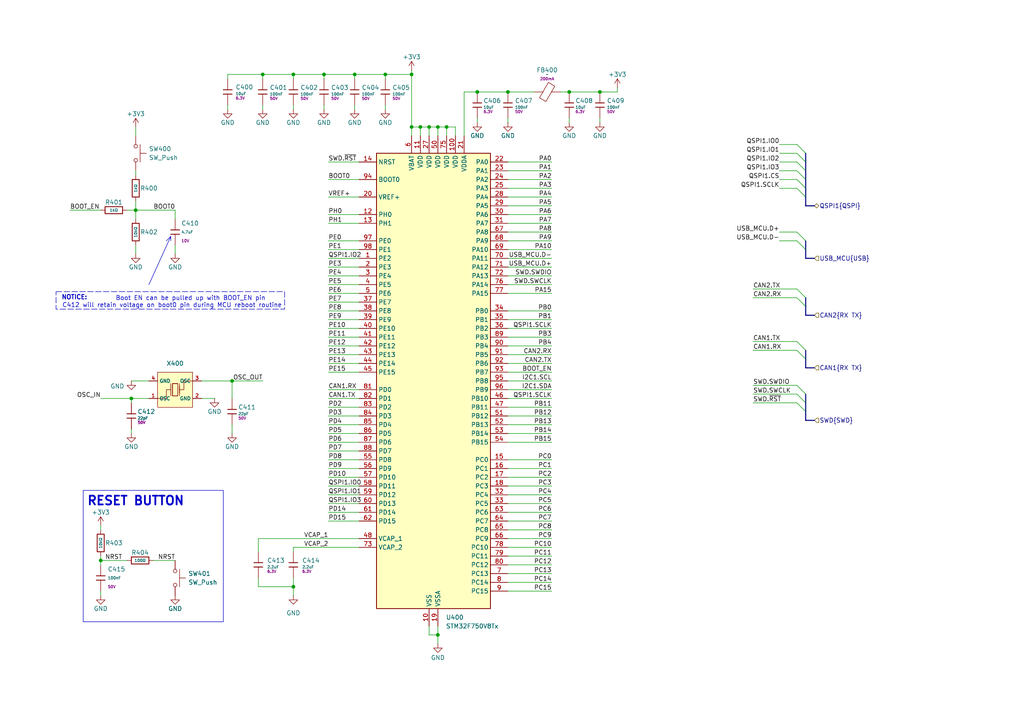
<source format=kicad_sch>
(kicad_sch (version 20231120) (generator "eeschema") (generator_version "8.0")
  (paper "A4")
  (title_block (title "ModuCard base module") (date "2024-12-23") (rev "1.0.0") (company "KoNaR") (comment 1 "Base project authors: Dominik Pluta, Artem Horiunov") (comment 2 "Project author: <author>"))
  (bus_alias "QSPI" (members "IO0" "IO1" "IO2" "IO3" "CS" "SCLK"))
  (bus_alias "SWD" (members "SWCLK" "SWDIO" "~{RST}"))
  (junction (at 76.2 21.59))
  (junction (at 129.54 36.83))
  (junction (at 102.87 21.59))
  (junction (at 39.37 60.96))
  (junction (at 93.98 21.59))
  (junction (at 38.1 115.57))
  (junction (at 111.76 21.59))
  (junction (at 147.32 26.67))
  (junction (at 67.31 110.49))
  (junction (at 119.38 21.59))
  (junction (at 124.46 36.83))
  (junction (at 165.1 26.67))
  (junction (at 173.99 26.67))
  (junction (at 127 184.15))
  (junction (at 29.21 162.56))
  (junction (at 121.92 36.83))
  (junction (at 85.09 170.18))
  (junction (at 127 36.83))
  (junction (at 119.38 36.83))
  (junction (at 138.43 26.67))
  (junction (at 85.09 21.59))
  (bus_entry (at 233.68 54.61) (size -2.54 -2.54))
  (bus_entry (at 233.68 44.45) (size -2.54 -2.54))
  (bus_entry (at 231.14 114.3) (size 2.54 2.54))
  (bus_entry (at 231.14 101.6) (size 2.54 2.54))
  (bus_entry (at 233.68 57.15) (size -2.54 -2.54))
  (bus_entry (at 231.14 83.82) (size 2.54 2.54))
  (bus_entry (at 231.14 116.84) (size 2.54 2.54))
  (bus_entry (at 233.68 49.53) (size -2.54 -2.54))
  (bus_entry (at 233.68 72.39) (size -2.54 -2.54))
  (bus_entry (at 231.14 86.36) (size 2.54 2.54))
  (bus_entry (at 233.68 52.07) (size -2.54 -2.54))
  (bus_entry (at 231.14 99.06) (size 2.54 2.54))
  (bus_entry (at 233.68 69.85) (size -2.54 -2.54))
  (bus_entry (at 233.68 46.99) (size -2.54 -2.54))
  (bus_entry (at 231.14 111.76) (size 2.54 2.54))
  (wire (pts (xy 95.25 90.17) (xy 104.14 90.17)))
  (bus (pts (xy 233.68 49.53) (xy 233.68 52.07)))
  (wire (pts (xy 74.93 156.21) (xy 74.93 160.02)))
  (wire (pts (xy 95.25 107.95) (xy 104.14 107.95)))
  (wire (pts (xy 95.25 133.35) (xy 104.14 133.35)))
  (wire (pts (xy 95.25 87.63) (xy 104.14 87.63)))
  (wire (pts (xy 85.09 160.02) (xy 85.09 158.75)))
  (wire (pts (xy 95.25 64.77) (xy 104.14 64.77)))
  (wire (pts (xy 111.76 30.48) (xy 111.76 31.75)))
  (wire (pts (xy 231.14 41.91) (xy 226.06 41.91)))
  (bus (pts (xy 233.68 119.38) (xy 233.68 121.92)))
  (wire (pts (xy 74.93 156.21) (xy 104.14 156.21)))
  (wire (pts (xy 160.02 100.33) (xy 147.32 100.33)))
  (wire (pts (xy 147.32 80.01) (xy 160.02 80.01)))
  (wire (pts (xy 165.1 26.67) (xy 173.99 26.67)))
  (wire (pts (xy 44.45 162.56) (xy 50.8 162.56)))
  (wire (pts (xy 127 36.83) (xy 127 39.37)))
  (wire (pts (xy 119.38 21.59) (xy 119.38 36.83)))
  (wire (pts (xy 160.02 158.75) (xy 147.32 158.75)))
  (wire (pts (xy 85.09 170.18) (xy 85.09 172.72)))
  (wire (pts (xy 119.38 36.83) (xy 121.92 36.83)))
  (wire (pts (xy 50.8 60.96) (xy 50.8 63.5)))
  (wire (pts (xy 147.32 115.57) (xy 160.02 115.57)))
  (wire (pts (xy 29.21 161.29) (xy 29.21 162.56)))
  (wire (pts (xy 160.02 146.05) (xy 147.32 146.05)))
  (wire (pts (xy 50.8 71.12) (xy 50.8 73.66)))
  (wire (pts (xy 119.38 20.32) (xy 119.38 21.59)))
  (wire (pts (xy 132.08 36.83) (xy 132.08 39.37)))
  (wire (pts (xy 218.44 99.06) (xy 231.14 99.06)))
  (wire (pts (xy 95.25 115.57) (xy 104.14 115.57)))
  (wire (pts (xy 93.98 21.59) (xy 93.98 22.86)))
  (wire (pts (xy 95.25 85.09) (xy 104.14 85.09)))
  (wire (pts (xy 39.37 60.96) (xy 50.8 60.96)))
  (wire (pts (xy 29.21 171.45) (xy 29.21 172.72)))
  (wire (pts (xy 147.32 85.09) (xy 160.02 85.09)))
  (wire (pts (xy 95.25 151.13) (xy 104.14 151.13)))
  (wire (pts (xy 39.37 36.83) (xy 39.37 39.37)))
  (wire (pts (xy 95.25 105.41) (xy 104.14 105.41)))
  (wire (pts (xy 231.14 49.53) (xy 226.06 49.53)))
  (wire (pts (xy 29.21 162.56) (xy 36.83 162.56)))
  (wire (pts (xy 124.46 36.83) (xy 121.92 36.83)))
  (wire (pts (xy 147.32 72.39) (xy 160.02 72.39)))
  (wire (pts (xy 93.98 21.59) (xy 102.87 21.59)))
  (wire (pts (xy 95.25 118.11) (xy 104.14 118.11)))
  (wire (pts (xy 43.18 115.57) (xy 38.1 115.57)))
  (wire (pts (xy 74.93 167.64) (xy 74.93 170.18)))
  (wire (pts (xy 160.02 135.89) (xy 147.32 135.89)))
  (wire (pts (xy 95.25 46.99) (xy 104.14 46.99)))
  (bus (pts (xy 233.68 121.92) (xy 236.22 121.92)))
  (wire (pts (xy 231.14 52.07) (xy 226.06 52.07)))
  (bus (pts (xy 233.68 116.84) (xy 233.68 119.38)))
  (bus (pts (xy 236.22 74.93) (xy 233.68 74.93)))
  (wire (pts (xy 160.02 148.59) (xy 147.32 148.59)))
  (wire (pts (xy 36.83 60.96) (xy 39.37 60.96)))
  (wire (pts (xy 231.14 69.85) (xy 226.06 69.85)))
  (wire (pts (xy 160.02 166.37) (xy 147.32 166.37)))
  (wire (pts (xy 95.25 135.89) (xy 104.14 135.89)))
  (bus (pts (xy 233.68 91.44) (xy 236.22 91.44)))
  (bus (pts (xy 233.68 46.99) (xy 233.68 49.53)))
  (wire (pts (xy 95.25 102.87) (xy 104.14 102.87)))
  (wire (pts (xy 147.32 26.67) (xy 154.94 26.67)))
  (wire (pts (xy 147.32 62.23) (xy 160.02 62.23)))
  (bus (pts (xy 233.68 44.45) (xy 233.68 46.99)))
  (wire (pts (xy 147.32 52.07) (xy 160.02 52.07)))
  (wire (pts (xy 147.32 95.25) (xy 160.02 95.25)))
  (wire (pts (xy 147.32 113.03) (xy 160.02 113.03)))
  (wire (pts (xy 160.02 125.73) (xy 147.32 125.73)))
  (wire (pts (xy 124.46 184.15) (xy 127 184.15)))
  (wire (pts (xy 95.25 120.65) (xy 104.14 120.65)))
  (wire (pts (xy 76.2 30.48) (xy 76.2 31.75)))
  (bus (pts (xy 233.68 106.68) (xy 236.22 106.68)))
  (wire (pts (xy 95.25 74.93) (xy 104.14 74.93)))
  (wire (pts (xy 95.25 138.43) (xy 104.14 138.43)))
  (wire (pts (xy 160.02 156.21) (xy 147.32 156.21)))
  (wire (pts (xy 147.32 46.99) (xy 160.02 46.99)))
  (wire (pts (xy 147.32 59.69) (xy 160.02 59.69)))
  (wire (pts (xy 38.1 125.73) (xy 38.1 124.46)))
  (wire (pts (xy 173.99 26.67) (xy 179.07 26.67)))
  (bus (pts (xy 233.68 54.61) (xy 233.68 57.15)))
  (wire (pts (xy 129.54 36.83) (xy 129.54 39.37)))
  (wire (pts (xy 127 36.83) (xy 124.46 36.83)))
  (wire (pts (xy 160.02 120.65) (xy 147.32 120.65)))
  (wire (pts (xy 95.25 95.25) (xy 104.14 95.25)))
  (wire (pts (xy 67.31 110.49) (xy 67.31 115.57)))
  (wire (pts (xy 95.25 143.51) (xy 104.14 143.51)))
  (wire (pts (xy 147.32 69.85) (xy 160.02 69.85)))
  (wire (pts (xy 218.44 114.3) (xy 231.14 114.3)))
  (wire (pts (xy 147.32 57.15) (xy 160.02 57.15)))
  (wire (pts (xy 160.02 133.35) (xy 147.32 133.35)))
  (bus (pts (xy 233.68 52.07) (xy 233.68 54.61)))
  (wire (pts (xy 160.02 118.11) (xy 147.32 118.11)))
  (wire (pts (xy 102.87 21.59) (xy 111.76 21.59)))
  (wire (pts (xy 160.02 163.83) (xy 147.32 163.83)))
  (wire (pts (xy 147.32 67.31) (xy 160.02 67.31)))
  (wire (pts (xy 160.02 161.29) (xy 147.32 161.29)))
  (wire (pts (xy 160.02 153.67) (xy 147.32 153.67)))
  (wire (pts (xy 66.04 21.59) (xy 76.2 21.59)))
  (wire (pts (xy 95.25 97.79) (xy 104.14 97.79)))
  (wire (pts (xy 160.02 92.71) (xy 147.32 92.71)))
  (wire (pts (xy 39.37 49.53) (xy 39.37 50.8)))
  (wire (pts (xy 179.07 25.4) (xy 179.07 26.67)))
  (wire (pts (xy 95.25 69.85) (xy 104.14 69.85)))
  (wire (pts (xy 147.32 105.41) (xy 160.02 105.41)))
  (wire (pts (xy 85.09 30.48) (xy 85.09 31.75)))
  (bus (pts (xy 233.68 86.36) (xy 233.68 88.9)))
  (wire (pts (xy 95.25 130.81) (xy 104.14 130.81)))
  (wire (pts (xy 111.76 21.59) (xy 119.38 21.59)))
  (wire (pts (xy 173.99 34.29) (xy 173.99 35.56)))
  (wire (pts (xy 95.25 52.07) (xy 104.14 52.07)))
  (wire (pts (xy 218.44 116.84) (xy 231.14 116.84)))
  (wire (pts (xy 85.09 167.64) (xy 85.09 170.18)))
  (polyline (pts (xy 49.53 68.58) (xy 49.53 69.85)))
  (wire (pts (xy 160.02 171.45) (xy 147.32 171.45)))
  (wire (pts (xy 147.32 54.61) (xy 160.02 54.61)))
  (polyline (pts (xy 48.26 69.85) (xy 49.53 68.58)))
  (wire (pts (xy 85.09 158.75) (xy 104.14 158.75)))
  (bus (pts (xy 233.68 116.84) (xy 233.68 114.3)))
  (wire (pts (xy 147.32 64.77) (xy 160.02 64.77)))
  (bus (pts (xy 233.68 72.39) (xy 233.68 74.93)))
  (wire (pts (xy 95.25 128.27) (xy 104.14 128.27)))
  (wire (pts (xy 38.1 110.49) (xy 43.18 110.49)))
  (wire (pts (xy 121.92 36.83) (xy 121.92 39.37)))
  (wire (pts (xy 67.31 110.49) (xy 76.2 110.49)))
  (wire (pts (xy 95.25 140.97) (xy 104.14 140.97)))
  (wire (pts (xy 119.38 39.37) (xy 119.38 36.83)))
  (wire (pts (xy 95.25 62.23) (xy 104.14 62.23)))
  (wire (pts (xy 218.44 83.82) (xy 231.14 83.82)))
  (wire (pts (xy 147.32 82.55) (xy 160.02 82.55)))
  (wire (pts (xy 95.25 72.39) (xy 104.14 72.39)))
  (bus (pts (xy 233.68 104.14) (xy 233.68 101.6)))
  (bus (pts (xy 233.68 104.14) (xy 233.68 106.68)))
  (wire (pts (xy 76.2 21.59) (xy 85.09 21.59)))
  (wire (pts (xy 165.1 34.29) (xy 165.1 35.56)))
  (bus (pts (xy 236.22 59.69) (xy 233.68 59.69)))
  (wire (pts (xy 160.02 143.51) (xy 147.32 143.51)))
  (wire (pts (xy 147.32 34.29) (xy 147.32 35.56)))
  (wire (pts (xy 147.32 102.87) (xy 160.02 102.87)))
  (wire (pts (xy 95.25 80.01) (xy 104.14 80.01)))
  (wire (pts (xy 138.43 34.29) (xy 138.43 35.56)))
  (wire (pts (xy 160.02 140.97) (xy 147.32 140.97)))
  (wire (pts (xy 147.32 107.95) (xy 160.02 107.95)))
  (wire (pts (xy 231.14 44.45) (xy 226.06 44.45)))
  (bus (pts (xy 233.68 88.9) (xy 233.68 91.44)))
  (bus (pts (xy 233.68 57.15) (xy 233.68 59.69)))
  (wire (pts (xy 58.42 115.57) (xy 62.23 115.57)))
  (wire (pts (xy 147.32 74.93) (xy 160.02 74.93)))
  (wire (pts (xy 39.37 73.66) (xy 39.37 71.12)))
  (wire (pts (xy 67.31 110.49) (xy 58.42 110.49)))
  (wire (pts (xy 147.32 90.17) (xy 160.02 90.17)))
  (wire (pts (xy 93.98 30.48) (xy 93.98 31.75)))
  (wire (pts (xy 134.62 26.67) (xy 134.62 39.37)))
  (wire (pts (xy 39.37 58.42) (xy 39.37 60.96)))
  (wire (pts (xy 29.21 153.67) (xy 29.21 152.4)))
  (polyline (pts (xy 43.18 82.55) (xy 49.53 68.58)))
  (wire (pts (xy 231.14 46.99) (xy 226.06 46.99)))
  (wire (pts (xy 129.54 36.83) (xy 132.08 36.83)))
  (wire (pts (xy 218.44 111.76) (xy 231.14 111.76)))
  (wire (pts (xy 147.32 110.49) (xy 160.02 110.49)))
  (wire (pts (xy 95.25 123.19) (xy 104.14 123.19)))
  (wire (pts (xy 102.87 21.59) (xy 102.87 22.86)))
  (wire (pts (xy 160.02 168.91) (xy 147.32 168.91)))
  (wire (pts (xy 160.02 123.19) (xy 147.32 123.19)))
  (wire (pts (xy 129.54 36.83) (xy 127 36.83)))
  (wire (pts (xy 29.21 162.56) (xy 29.21 163.83)))
  (wire (pts (xy 160.02 138.43) (xy 147.32 138.43)))
  (wire (pts (xy 138.43 26.67) (xy 147.32 26.67)))
  (wire (pts (xy 66.04 30.48) (xy 66.04 31.75)))
  (wire (pts (xy 67.31 125.73) (xy 67.31 123.19)))
  (wire (pts (xy 160.02 128.27) (xy 147.32 128.27)))
  (wire (pts (xy 95.25 92.71) (xy 104.14 92.71)))
  (wire (pts (xy 160.02 97.79) (xy 147.32 97.79)))
  (wire (pts (xy 134.62 26.67) (xy 138.43 26.67)))
  (wire (pts (xy 218.44 86.36) (xy 231.14 86.36)))
  (wire (pts (xy 76.2 21.59) (xy 76.2 22.86)))
  (wire (pts (xy 102.87 30.48) (xy 102.87 31.75)))
  (wire (pts (xy 95.25 57.15) (xy 104.14 57.15)))
  (wire (pts (xy 95.25 77.47) (xy 104.14 77.47)))
  (wire (pts (xy 95.25 100.33) (xy 104.14 100.33)))
  (wire (pts (xy 85.09 21.59) (xy 93.98 21.59)))
  (wire (pts (xy 218.44 101.6) (xy 231.14 101.6)))
  (wire (pts (xy 95.25 113.03) (xy 104.14 113.03)))
  (wire (pts (xy 231.14 67.31) (xy 226.06 67.31)))
  (wire (pts (xy 127 184.15) (xy 127 186.69)))
  (bus (pts (xy 233.68 69.85) (xy 233.68 72.39)))
  (wire (pts (xy 38.1 115.57) (xy 38.1 116.84)))
  (wire (pts (xy 160.02 151.13) (xy 147.32 151.13)))
  (wire (pts (xy 95.25 125.73) (xy 104.14 125.73)))
  (wire (pts (xy 95.25 148.59) (xy 104.14 148.59)))
  (wire (pts (xy 29.21 115.57) (xy 38.1 115.57)))
  (wire (pts (xy 147.32 77.47) (xy 160.02 77.47)))
  (wire (pts (xy 124.46 36.83) (xy 124.46 39.37)))
  (wire (pts (xy 95.25 82.55) (xy 104.14 82.55)))
  (wire (pts (xy 231.14 54.61) (xy 226.06 54.61)))
  (wire (pts (xy 20.32 60.96) (xy 29.21 60.96)))
  (wire (pts (xy 95.25 146.05) (xy 104.14 146.05)))
  (wire (pts (xy 74.93 170.18) (xy 85.09 170.18)))
  (wire (pts (xy 162.56 26.67) (xy 165.1 26.67)))
  (wire (pts (xy 39.37 60.96) (xy 39.37 63.5)))
  (wire (pts (xy 66.04 21.59) (xy 66.04 22.86)))
  (wire (pts (xy 124.46 181.61) (xy 124.46 184.15)))
  (wire (pts (xy 85.09 21.59) (xy 85.09 22.86)))
  (wire (pts (xy 147.32 49.53) (xy 160.02 49.53)))
  (wire (pts (xy 111.76 21.59) (xy 111.76 22.86)))
  (wire (pts (xy 127 184.15) (xy 127 181.61)))
  (rectangle (start 16.256 84.582) (end 82.55 89.662) (stroke (width 0) (type dash)))
  (rectangle (start 24.13 142.24) (end 64.77 180.34))
  (text "                Boot EN can be pulled up with BOOT_EN pin\nC412 will retain voltage on boot0 pin during MCU reboot routine" (at 18.034 87.63 0) (effects (font (size 1.27 1.27)) (justify left)))
  (text "RESET BUTTON" (at 39.37 145.415 0) (effects (font (size 2.54 2.54) (thickness 0.508) (bold yes))))
  (text "NOTICE:" (at 21.59 86.36 0) (effects (font (size 1.27 1.27) (thickness 0.254) (bold yes))))
  (label "PC11" (at 160.02 161.29 180))
  (label "PC15" (at 160.02 171.45 180))
  (label "PH0" (at 95.25 62.23 0))
  (label "PE4" (at 95.25 80.01 0))
  (label "PD7" (at 95.25 130.81 0))
  (label "PC14" (at 160.02 168.91 180))
  (label "PC9" (at 160.02 156.21 180))
  (label "PH1" (at 95.25 64.77 0))
  (label "PE10" (at 95.25 95.25 0))
  (label "PE6" (at 95.25 85.09 0))
  (label "CAN1.RX" (at 95.25 113.03 0))
  (label "PE12" (at 95.25 100.33 0))
  (label "CAN1.TX" (at 95.25 115.57 0))
  (label "PD4" (at 95.25 123.19 0))
  (label "PA5" (at 160.02 59.69 180))
  (label "PC13" (at 160.02 166.37 180))
  (label "PB12" (at 160.02 120.65 180))
  (label "PE11" (at 95.25 97.79 0))
  (label "PA7" (at 160.02 64.77 180))
  (label "PC5" (at 160.02 146.05 180))
  (label "CAN2.TX" (at 160.02 105.41 180))
  (label "QSPI1.IO2" (at 226.06 46.99 180))
  (label "PD15" (at 95.25 151.13 0))
  (label "PB1" (at 160.02 92.71 180))
  (label "PE7" (at 95.25 87.63 0))
  (label "PB4" (at 160.02 100.33 180))
  (label "PD10" (at 95.25 138.43 0))
  (label "PC0" (at 160.02 133.35 180))
  (label "USB_MCU.D+" (at 160.02 77.47 180))
  (label "QSPI1.SCLK" (at 160.02 115.57 180))
  (label "NRST" (at 30.48 162.56 0))
  (label "SWD.SWDIO" (at 218.44 111.76 0))
  (label "PC12" (at 160.02 163.83 180))
  (label "USB_MCU.D-" (at 226.06 69.85 180))
  (label "OSC_OUT" (at 76.2 110.49 180))
  (label "PD14" (at 95.25 148.59 0))
  (label "QSPI1.IO3" (at 226.06 49.53 180))
  (label "QSPI1.IO1" (at 226.06 44.45 180))
  (label "PD6" (at 95.25 128.27 0))
  (label "I2C1.SDA" (at 160.02 113.03 180))
  (label "PA6" (at 160.02 62.23 180))
  (label "QSPI1.SCLK" (at 226.06 54.61 180))
  (label "PA0" (at 160.02 46.99 180))
  (label "PA4" (at 160.02 57.15 180))
  (label "I2C1.SCL" (at 160.02 110.49 180))
  (label "SWD.SWCLK" (at 218.44 114.3 0))
  (label "PA9" (at 160.02 69.85 180))
  (label "SWD.~{RST}" (at 218.44 116.84 0))
  (label "QSPI1.IO0" (at 95.25 140.97 0))
  (label "BOOT_EN" (at 160.02 107.95 180))
  (label "CAN1.RX" (at 218.44 101.6 0))
  (label "CAN2.RX" (at 218.44 86.36 0))
  (label "QSPI1.CS" (at 226.06 52.07 180))
  (label "PB3" (at 160.02 97.79 180))
  (label "PB11" (at 160.02 118.11 180))
  (label "PE0" (at 95.25 69.85 0))
  (label "PD2" (at 95.25 118.11 0))
  (label "PA15" (at 160.02 85.09 180))
  (label "QSPI1.IO3" (at 95.25 146.05 0))
  (label "PC4" (at 160.02 143.51 180))
  (label "PE14" (at 95.25 105.41 0))
  (label "VCAP_1" (at 95.25 156.21 180))
  (label "PB14" (at 160.02 125.73 180))
  (label "PB13" (at 160.02 123.19 180))
  (label "BOOT0" (at 95.25 52.07 0))
  (label "PC10" (at 160.02 158.75 180))
  (label "PD8" (at 95.25 133.35 0))
  (label "QSPI1.IO0" (at 226.06 41.91 180))
  (label "PA2" (at 160.02 52.07 180))
  (label "PE9" (at 95.25 92.71 0))
  (label "PC7" (at 160.02 151.13 180))
  (label "CAN2.RX" (at 160.02 102.87 180))
  (label "PC3" (at 160.02 140.97 180))
  (label "PE1" (at 95.25 72.39 0))
  (label "CAN2.TX" (at 218.44 83.82 0))
  (label "PE13" (at 95.25 102.87 0))
  (label "PD3" (at 95.25 120.65 0))
  (label "PE5" (at 95.25 82.55 0))
  (label "SWD.SWDIO" (at 160.02 80.01 180))
  (label "SWD.~{RST}" (at 95.25 46.99 0))
  (label "PC1" (at 160.02 135.89 180))
  (label "PD9" (at 95.25 135.89 0))
  (label "PA10" (at 160.02 72.39 180))
  (label "PA8" (at 160.02 67.31 180))
  (label "OSC_IN" (at 29.21 115.57 180))
  (label "USB_MCU.D-" (at 160.02 74.93 180))
  (label "PD5" (at 95.25 125.73 0))
  (label "PE15" (at 95.25 107.95 0))
  (label "VCAP_2" (at 95.25 158.75 180))
  (label "BOOT0" (at 50.8 60.96 180))
  (label "PB15" (at 160.02 128.27 180))
  (label "QSPI1.SCLK" (at 160.02 95.25 180))
  (label "BOOT_EN" (at 20.32 60.96 0))
  (label "USB_MCU.D+" (at 226.06 67.31 180))
  (label "SWD.SWCLK" (at 160.02 82.55 180))
  (label "PC2" (at 160.02 138.43 180))
  (label "PC6" (at 160.02 148.59 180))
  (label "PC8" (at 160.02 153.67 180))
  (label "NRST" (at 50.8 162.56 180))
  (label "PE8" (at 95.25 90.17 0))
  (label "PA1" (at 160.02 49.53 180))
  (label "VREF+" (at 95.25 57.15 0))
  (label "PE3" (at 95.25 77.47 0))
  (label "QSPI1.IO2" (at 95.25 74.93 0))
  (label "PA3" (at 160.02 54.61 180))
  (label "CAN1.TX" (at 218.44 99.06 0))
  (label "QSPI1.IO1" (at 95.25 143.51 0))
  (label "PB0" (at 160.02 90.17 180))
  (hierarchical_label "CAN2{RX TX}" (shape input) (at 236.22 91.44 0))
  (hierarchical_label "USB_MCU{USB}" (shape input) (at 236.22 74.93 0))
  (hierarchical_label "SWD{SWD}" (shape input) (at 236.22 121.92 0))
  (hierarchical_label "QSPI1{QSPI}" (shape bidirectional) (at 236.22 59.69 0))
  (hierarchical_label "CAN1{RX TX}" (shape input) (at 236.22 106.68 0))
  (symbol (lib_id "power:GND") (at 38.1 110.49 0) (unit 1)
    (property "Reference" "#PWR0415" (effects (hide yes)))
    (property "Value" "GND" (at 34.036 112.014 0))
    (property "Description" "Power symbol creates a global label with name \"GND\" , ground" (effects (hide yes)))
  )
  (symbol (lib_id "power:GND") (at 85.09 31.75 0) (unit 1)
    (property "Reference" "#PWR0404" (effects (hide yes)))
    (property "Value" "GND" (at 85.09 35.56 0))
    (property "Description" "Power symbol creates a global label with name \"GND\" , ground" (effects (hide yes)))
  )
  (symbol (lib_id "PCM_JLCPCB-Capacitors:0402,4.7uF") (at 50.8 67.31 0) (unit 1)
    (property "Reference" "C410" (at 52.578 64.77 0) (effects (justify left)))
    (property "Value" "4.7uF" (at 52.578 67.3101 0) (effects (font (size 0.8 0.8)) (justify left)))
    (property "Footprint" "PCM_JLCPCB:C_0402" (effects (hide yes)))
    (property "Datasheet" "https://www.lcsc.com/datasheet/lcsc_datasheet_2304140030_Samsung-Electro-Mechanics-CL05A475MP5NRNC_C23733.pdf" (effects (hide yes)))
    (property "Description" "10V 4.7uF X5R ±20% 0402 Multilayer Ceramic Capacitors MLCC - SMD/SMT ROHS" (effects (hide yes)))
    (property "LCSC" "C23733" (effects (hide yes)))
    (property "Stock" "556737" (effects (hide yes)))
    (property "Price" "0.008USD" (effects (hide yes)))
    (property "Process" "SMT" (effects (hide yes)))
    (property "Minimum Qty" "20" (effects (hide yes)))
    (property "Attrition Qty" "10" (effects (hide yes)))
    (property "Class" "Basic Component" (effects (hide yes)))
    (property "Category" "Capacitors,Multilayer Ceramic Capacitors MLCC - SMD/SMT" (effects (hide yes)))
    (property "Manufacturer" "Samsung Electro-Mechanics" (effects (hide yes)))
    (property "Part" "CL05A475MP5NRNC" (effects (hide yes)))
    (property "Voltage Rated" "10V" (at 52.578 69.8501 0) (effects (font (size 0.8 0.8)) (justify left)))
    (property "Tolerance" "±20%" (effects (hide yes)))
    (property "Capacitance" "4.7uF" (effects (hide yes)))
    (property "Temperature Coefficient" "X5R" (effects (hide yes)))
  )
  (symbol (lib_id "PCM_JLCPCB-Capacitors:0402,100nF,(2)") (at 102.87 26.67 0) (unit 1)
    (property "Reference" "C404" (at 104.902 25.4 0) (effects (justify left)))
    (property "Value" "100nF" (at 104.902 27.305 0) (effects (font (size 0.8 0.8)) (justify left)))
    (property "Footprint" "PCM_JLCPCB:C_0402" (effects (hide yes)))
    (property "Datasheet" "https://www.lcsc.com/datasheet/lcsc_datasheet_2304140030_Samsung-Electro-Mechanics-CL05B104KB54PNC_C307331.pdf" (effects (hide yes)))
    (property "Description" "50V 100nF X7R ±10% 0402 Multilayer Ceramic Capacitors MLCC - SMD/SMT ROHS" (effects (hide yes)))
    (property "LCSC" "C307331" (effects (hide yes)))
    (property "Stock" "5358037" (effects (hide yes)))
    (property "Price" "0.008USD" (effects (hide yes)))
    (property "Process" "SMT" (effects (hide yes)))
    (property "Minimum Qty" "20" (effects (hide yes)))
    (property "Attrition Qty" "10" (effects (hide yes)))
    (property "Class" "Basic Component" (effects (hide yes)))
    (property "Category" "Capacitors,Multilayer Ceramic Capacitors MLCC - SMD/SMT" (effects (hide yes)))
    (property "Manufacturer" "Samsung Electro-Mechanics" (effects (hide yes)))
    (property "Part" "CL05B104KB54PNC" (effects (hide yes)))
    (property "Voltage Rated" "50V" (at 104.902 28.575 0) (effects (font (size 0.8 0.8)) (justify left)))
    (property "Tolerance" "±10%" (effects (hide yes)))
    (property "Capacitance" "100nF" (effects (hide yes)))
    (property "Temperature Coefficient" "X7R" (effects (hide yes)))
  )
  (symbol (lib_id "MCU_ST_STM32F7:STM32F750V8Tx") (at 124.46 110.49 0) (unit 1)
    (property "Reference" "U400" (at 129.3234 179.07 0) (effects (justify left)))
    (property "Value" "STM32F750V8Tx" (at 129.3234 181.61 0) (effects (justify left)))
    (property "Footprint" "Package_QFP:LQFP-100_14x14mm_P0.5mm" (effects (hide yes)))
    (property "Datasheet" "https://www.st.com/resource/en/datasheet/stm32f750v8.pdf" (effects (hide yes)))
    (property "Description" "STMicroelectronics Arm Cortex-M7 MCU, 64KB flash, 320KB RAM, 216 MHz, 1.7-3.6V, 82 GPIO, LQFP100" (effects (hide yes)))
  )
  (symbol (lib_id "power:GND") (at 138.43 35.56 0) (unit 1)
    (property "Reference" "#PWR0408" (effects (hide yes)))
    (property "Value" "GND" (at 138.43 39.37 0))
    (property "Description" "Power symbol creates a global label with name \"GND\" , ground" (effects (hide yes)))
  )
  (symbol (lib_id "power:GND") (at 127 186.69 0) (unit 1)
    (property "Reference" "#PWR0423" (effects (hide yes)))
    (property "Value" "GND" (at 127 190.754 0))
    (property "Description" "Power symbol creates a global label with name \"GND\" , ground" (effects (hide yes)))
  )
  (symbol (lib_id "power:GND") (at 50.8 172.72 0) (unit 1)
    (property "Reference" "#PWR0421" (effects (hide yes)))
    (property "Value" "GND" (at 50.8 176.53 0))
    (property "Description" "Power symbol creates a global label with name \"GND\" , ground" (effects (hide yes)))
  )
  (symbol (lib_id "PCM_JLCPCB-Capacitors:0402,100nF,(2)") (at 76.2 26.67 0) (unit 1)
    (property "Reference" "C401" (at 78.232 25.4 0) (effects (justify left)))
    (property "Value" "100nF" (at 78.232 27.305 0) (effects (font (size 0.8 0.8)) (justify left)))
    (property "Footprint" "PCM_JLCPCB:C_0402" (effects (hide yes)))
    (property "Datasheet" "https://www.lcsc.com/datasheet/lcsc_datasheet_2304140030_Samsung-Electro-Mechanics-CL05B104KB54PNC_C307331.pdf" (effects (hide yes)))
    (property "Description" "50V 100nF X7R ±10% 0402 Multilayer Ceramic Capacitors MLCC - SMD/SMT ROHS" (effects (hide yes)))
    (property "LCSC" "C307331" (effects (hide yes)))
    (property "Stock" "5358037" (effects (hide yes)))
    (property "Price" "0.008USD" (effects (hide yes)))
    (property "Process" "SMT" (effects (hide yes)))
    (property "Minimum Qty" "20" (effects (hide yes)))
    (property "Attrition Qty" "10" (effects (hide yes)))
    (property "Class" "Basic Component" (effects (hide yes)))
    (property "Category" "Capacitors,Multilayer Ceramic Capacitors MLCC - SMD/SMT" (effects (hide yes)))
    (property "Manufacturer" "Samsung Electro-Mechanics" (effects (hide yes)))
    (property "Part" "CL05B104KB54PNC" (effects (hide yes)))
    (property "Voltage Rated" "50V" (at 78.232 28.575 0) (effects (font (size 0.8 0.8)) (justify left)))
    (property "Tolerance" "±10%" (effects (hide yes)))
    (property "Capacitance" "100nF" (effects (hide yes)))
    (property "Temperature Coefficient" "X7R" (effects (hide yes)))
  )
  (symbol (lib_id "PCM_JLCPCB-Capacitors:0402,22pF") (at 38.1 120.65 0) (unit 1)
    (property "Reference" "C412" (at 39.878 119.38 0) (effects (justify left)))
    (property "Value" "22pF" (at 39.878 121.285 0) (effects (font (size 0.8 0.8)) (justify left)))
    (property "Footprint" "PCM_JLCPCB:C_0402" (effects (hide yes)))
    (property "Datasheet" "https://www.lcsc.com/datasheet/lcsc_datasheet_2304140030_FH--Guangdong-Fenghua-Advanced-Tech-0402CG220J500NT_C1555.pdf" (effects (hide yes)))
    (property "Description" "50V 22pF C0G ±5% 0402 Multilayer Ceramic Capacitors MLCC - SMD/SMT ROHS" (effects (hide yes)))
    (property "LCSC" "C1555" (effects (hide yes)))
    (property "Stock" "1656751" (effects (hide yes)))
    (property "Price" "0.004USD" (effects (hide yes)))
    (property "Process" "SMT" (effects (hide yes)))
    (property "Minimum Qty" "20" (effects (hide yes)))
    (property "Attrition Qty" "10" (effects (hide yes)))
    (property "Class" "Basic Component" (effects (hide yes)))
    (property "Category" "Capacitors,Multilayer Ceramic Capacitors MLCC - SMD/SMT" (effects (hide yes)))
    (property "Manufacturer" "FH(Guangdong Fenghua Advanced Tech)" (effects (hide yes)))
    (property "Part" "0402CG220J500NT" (effects (hide yes)))
    (property "Voltage Rated" "50V" (at 39.878 122.555 0) (effects (font (size 0.8 0.8)) (justify left)))
    (property "Tolerance" "±5%" (effects (hide yes)))
    (property "Capacitance" "22pF" (effects (hide yes)))
    (property "Temperature Coefficient" "C0G" (effects (hide yes)))
  )
  (symbol (lib_id "PCM_JLCPCB-Capacitors:0402,100nF,(2)") (at 85.09 26.67 0) (unit 1)
    (property "Reference" "C402" (at 87.122 25.4 0) (effects (justify left)))
    (property "Value" "100nF" (at 87.122 27.305 0) (effects (font (size 0.8 0.8)) (justify left)))
    (property "Footprint" "PCM_JLCPCB:C_0402" (effects (hide yes)))
    (property "Datasheet" "https://www.lcsc.com/datasheet/lcsc_datasheet_2304140030_Samsung-Electro-Mechanics-CL05B104KB54PNC_C307331.pdf" (effects (hide yes)))
    (property "Description" "50V 100nF X7R ±10% 0402 Multilayer Ceramic Capacitors MLCC - SMD/SMT ROHS" (effects (hide yes)))
    (property "LCSC" "C307331" (effects (hide yes)))
    (property "Stock" "5358037" (effects (hide yes)))
    (property "Price" "0.008USD" (effects (hide yes)))
    (property "Process" "SMT" (effects (hide yes)))
    (property "Minimum Qty" "20" (effects (hide yes)))
    (property "Attrition Qty" "10" (effects (hide yes)))
    (property "Class" "Basic Component" (effects (hide yes)))
    (property "Category" "Capacitors,Multilayer Ceramic Capacitors MLCC - SMD/SMT" (effects (hide yes)))
    (property "Manufacturer" "Samsung Electro-Mechanics" (effects (hide yes)))
    (property "Part" "CL05B104KB54PNC" (effects (hide yes)))
    (property "Voltage Rated" "50V" (at 87.122 28.575 0) (effects (font (size 0.8 0.8)) (justify left)))
    (property "Tolerance" "±10%" (effects (hide yes)))
    (property "Capacitance" "100nF" (effects (hide yes)))
    (property "Temperature Coefficient" "X7R" (effects (hide yes)))
  )
  (symbol (lib_id "power:GND") (at 38.1 125.73 0) (unit 1)
    (property "Reference" "#PWR0417" (effects (hide yes)))
    (property "Value" "GND" (at 38.1 129.54 0))
    (property "Description" "Power symbol creates a global label with name \"GND\" , ground" (effects (hide yes)))
  )
  (symbol (lib_id "PCM_JLCPCB-Resistors:0402,1kΩ") (at 39.37 54.61 0) (unit 1)
    (property "Reference" "R400" (at 40.64 54.61 0) (effects (justify left)))
    (property "Value" "1kΩ" (at 39.37 54.61 90) (effects (font (size 0.8 0.8))))
    (property "Footprint" "PCM_JLCPCB:R_0402" (effects (hide yes)))
    (property "Datasheet" "https://www.lcsc.com/datasheet/lcsc_datasheet_2206010216_UNI-ROYAL-Uniroyal-Elec-0402WGF1001TCE_C11702.pdf" (effects (hide yes)))
    (property "Description" "62.5mW Thick Film Resistors 50V ±100ppm/°C ±1% 1kΩ 0402 Chip Resistor - Surface Mount ROHS" (effects (hide yes)))
    (property "LCSC" "C11702" (effects (hide yes)))
    (property "Stock" "8332962" (effects (hide yes)))
    (property "Price" "0.004USD" (effects (hide yes)))
    (property "Process" "SMT" (effects (hide yes)))
    (property "Minimum Qty" "20" (effects (hide yes)))
    (property "Attrition Qty" "10" (effects (hide yes)))
    (property "Class" "Basic Component" (effects (hide yes)))
    (property "Category" "Resistors,Chip Resistor - Surface Mount" (effects (hide yes)))
    (property "Manufacturer" "UNI-ROYAL(Uniroyal Elec)" (effects (hide yes)))
    (property "Part" "0402WGF1001TCE" (effects (hide yes)))
    (property "Resistance" "1kΩ" (effects (hide yes)))
    (property "Power(Watts)" "62.5mW" (effects (hide yes)))
    (property "Type" "Thick Film Resistors" (effects (hide yes)))
    (property "Overload Voltage (Max)" "50V" (effects (hide yes)))
    (property "Operating Temperature Range" "-55°C~+155°C" (effects (hide yes)))
    (property "Tolerance" "±1%" (effects (hide yes)))
    (property "Temperature Coefficient" "±100ppm/°C" (effects (hide yes)))
  )
  (symbol (lib_id "power:GND") (at 111.76 31.75 0) (unit 1)
    (property "Reference" "#PWR0407" (effects (hide yes)))
    (property "Value" "GND" (at 111.76 35.56 0))
    (property "Description" "Power symbol creates a global label with name \"GND\" , ground" (effects (hide yes)))
  )
  (symbol (lib_id "PCM_JLCPCB-Capacitors:0402,100nF,(2)") (at 173.99 30.48 0) (unit 1)
    (property "Reference" "C409" (at 176.022 29.21 0) (effects (justify left)))
    (property "Value" "100nF" (at 176.022 31.115 0) (effects (font (size 0.8 0.8)) (justify left)))
    (property "Footprint" "PCM_JLCPCB:C_0402" (effects (hide yes)))
    (property "Datasheet" "https://www.lcsc.com/datasheet/lcsc_datasheet_2304140030_Samsung-Electro-Mechanics-CL05B104KB54PNC_C307331.pdf" (effects (hide yes)))
    (property "Description" "50V 100nF X7R ±10% 0402 Multilayer Ceramic Capacitors MLCC - SMD/SMT ROHS" (effects (hide yes)))
    (property "LCSC" "C307331" (effects (hide yes)))
    (property "Stock" "5358037" (effects (hide yes)))
    (property "Price" "0.008USD" (effects (hide yes)))
    (property "Process" "SMT" (effects (hide yes)))
    (property "Minimum Qty" "20" (effects (hide yes)))
    (property "Attrition Qty" "10" (effects (hide yes)))
    (property "Class" "Basic Component" (effects (hide yes)))
    (property "Category" "Capacitors,Multilayer Ceramic Capacitors MLCC - SMD/SMT" (effects (hide yes)))
    (property "Manufacturer" "Samsung Electro-Mechanics" (effects (hide yes)))
    (property "Part" "CL05B104KB54PNC" (effects (hide yes)))
    (property "Voltage Rated" "50V" (at 176.022 32.385 0) (effects (font (size 0.8 0.8)) (justify left)))
    (property "Tolerance" "±10%" (effects (hide yes)))
    (property "Capacitance" "100nF" (effects (hide yes)))
    (property "Temperature Coefficient" "X7R" (effects (hide yes)))
  )
  (symbol (lib_id "PCM_JLCPCB-Resistors:0402,10kΩ") (at 29.21 157.48 0) (unit 1)
    (property "Reference" "R403" (at 30.48 157.48 0) (effects (justify left)))
    (property "Value" "10kΩ" (at 29.21 157.48 90) (effects (font (size 0.8 0.8))))
    (property "Footprint" "PCM_JLCPCB:R_0402" (effects (hide yes)))
    (property "Datasheet" "https://www.lcsc.com/datasheet/lcsc_datasheet_2411221126_UNI-ROYAL-Uniroyal-Elec-0402WGF1002TCE_C25744.pdf" (effects (hide yes)))
    (property "Description" "62.5mW Thick Film Resistors 50V ±100ppm/°C ±1% 10kΩ 0402 Chip Resistor - Surface Mount ROHS" (effects (hide yes)))
    (property "LCSC" "C25744" (effects (hide yes)))
    (property "Stock" "14017682" (effects (hide yes)))
    (property "Price" "0.004USD" (effects (hide yes)))
    (property "Process" "SMT" (effects (hide yes)))
    (property "Minimum Qty" "5" (effects (hide yes)))
    (property "Attrition Qty" "0" (effects (hide yes)))
    (property "Class" "Basic Component" (effects (hide yes)))
    (property "Category" "Resistors,Chip Resistor - Surface Mount" (effects (hide yes)))
    (property "Manufacturer" "UNI-ROYAL(Uniroyal Elec)" (effects (hide yes)))
    (property "Part" "0402WGF1002TCE" (effects (hide yes)))
    (property "Resistance" "10kΩ" (effects (hide yes)))
    (property "Power(Watts)" "62.5mW" (effects (hide yes)))
    (property "Type" "Thick Film Resistors" (effects (hide yes)))
    (property "Overload Voltage (Max)" "50V" (effects (hide yes)))
    (property "Operating Temperature Range" "-55°C~+155°C" (effects (hide yes)))
    (property "Tolerance" "±1%" (effects (hide yes)))
    (property "Temperature Coefficient" "±100ppm/°C" (effects (hide yes)))
  )
  (symbol (lib_id "power:GND") (at 39.37 73.66 0) (unit 1)
    (property "Reference" "#PWR0413" (effects (hide yes)))
    (property "Value" "GND" (at 39.37 77.47 0))
    (property "Description" "Power symbol creates a global label with name \"GND\" , ground" (effects (hide yes)))
  )
  (symbol (lib_id "Switch:SW_Push") (at 39.37 44.45 270) (unit 1)
    (property "Reference" "SW400" (at 43.18 43.1799 90) (effects (justify left)))
    (property "Value" "SW_Push" (at 43.18 45.7199 90) (effects (justify left)))
    (property "Description" "Push button switch, generic, two pins" (effects (hide yes)))
  )
  (symbol (lib_id "power:+5V") (at 179.07 25.4 0) (unit 1)
    (property "Reference" "#PWR0401" (effects (hide yes)))
    (property "Value" "+3V3" (at 179.07 21.59 0))
    (property "Description" "Power symbol creates a global label with name \"+5V\"" (effects (hide yes)))
  )
  (symbol (lib_id "power:GND") (at 165.1 35.56 0) (unit 1)
    (property "Reference" "#PWR0410" (effects (hide yes)))
    (property "Value" "GND" (at 165.1 39.37 0))
    (property "Description" "Power symbol creates a global label with name \"GND\" , ground" (effects (hide yes)))
  )
  (symbol (lib_id "power:+5V") (at 29.21 152.4 0) (unit 1)
    (property "Reference" "#PWR0419" (effects (hide yes)))
    (property "Value" "+3V3" (at 29.21 148.59 0))
    (property "Description" "Power symbol creates a global label with name \"+5V\"" (effects (hide yes)))
  )
  (symbol (lib_id "PCM_JLCPCB-Capacitors:0402,100nF,(2)") (at 111.76 26.67 0) (unit 1)
    (property "Reference" "C405" (at 113.792 25.4 0) (effects (justify left)))
    (property "Value" "100nF" (at 113.792 27.305 0) (effects (font (size 0.8 0.8)) (justify left)))
    (property "Footprint" "PCM_JLCPCB:C_0402" (effects (hide yes)))
    (property "Datasheet" "https://www.lcsc.com/datasheet/lcsc_datasheet_2304140030_Samsung-Electro-Mechanics-CL05B104KB54PNC_C307331.pdf" (effects (hide yes)))
    (property "Description" "50V 100nF X7R ±10% 0402 Multilayer Ceramic Capacitors MLCC - SMD/SMT ROHS" (effects (hide yes)))
    (property "LCSC" "C307331" (effects (hide yes)))
    (property "Stock" "5358037" (effects (hide yes)))
    (property "Price" "0.008USD" (effects (hide yes)))
    (property "Process" "SMT" (effects (hide yes)))
    (property "Minimum Qty" "20" (effects (hide yes)))
    (property "Attrition Qty" "10" (effects (hide yes)))
    (property "Class" "Basic Component" (effects (hide yes)))
    (property "Category" "Capacitors,Multilayer Ceramic Capacitors MLCC - SMD/SMT" (effects (hide yes)))
    (property "Manufacturer" "Samsung Electro-Mechanics" (effects (hide yes)))
    (property "Part" "CL05B104KB54PNC" (effects (hide yes)))
    (property "Voltage Rated" "50V" (at 113.792 28.575 0) (effects (font (size 0.8 0.8)) (justify left)))
    (property "Tolerance" "±10%" (effects (hide yes)))
    (property "Capacitance" "100nF" (effects (hide yes)))
    (property "Temperature Coefficient" "X7R" (effects (hide yes)))
  )
  (symbol (lib_id "PCM_JLCPCB-Capacitors:0402,100nF,(2)") (at 93.98 26.67 0) (unit 1)
    (property "Reference" "C403" (at 96.012 25.4 0) (effects (justify left)))
    (property "Value" "100nF" (at 96.012 27.305 0) (effects (font (size 0.8 0.8)) (justify left)))
    (property "Footprint" "PCM_JLCPCB:C_0402" (effects (hide yes)))
    (property "Datasheet" "https://www.lcsc.com/datasheet/lcsc_datasheet_2304140030_Samsung-Electro-Mechanics-CL05B104KB54PNC_C307331.pdf" (effects (hide yes)))
    (property "Description" "50V 100nF X7R ±10% 0402 Multilayer Ceramic Capacitors MLCC - SMD/SMT ROHS" (effects (hide yes)))
    (property "LCSC" "C307331" (effects (hide yes)))
    (property "Stock" "5358037" (effects (hide yes)))
    (property "Price" "0.008USD" (effects (hide yes)))
    (property "Process" "SMT" (effects (hide yes)))
    (property "Minimum Qty" "20" (effects (hide yes)))
    (property "Attrition Qty" "10" (effects (hide yes)))
    (property "Class" "Basic Component" (effects (hide yes)))
    (property "Category" "Capacitors,Multilayer Ceramic Capacitors MLCC - SMD/SMT" (effects (hide yes)))
    (property "Manufacturer" "Samsung Electro-Mechanics" (effects (hide yes)))
    (property "Part" "CL05B104KB54PNC" (effects (hide yes)))
    (property "Voltage Rated" "50V" (at 96.012 28.575 0) (effects (font (size 0.8 0.8)) (justify left)))
    (property "Tolerance" "±10%" (effects (hide yes)))
    (property "Capacitance" "100nF" (effects (hide yes)))
    (property "Temperature Coefficient" "X7R" (effects (hide yes)))
  )
  (symbol (lib_id "power:GND") (at 93.98 31.75 0) (unit 1)
    (property "Reference" "#PWR0405" (effects (hide yes)))
    (property "Value" "GND" (at 93.98 35.56 0))
    (property "Description" "Power symbol creates a global label with name \"GND\" , ground" (effects (hide yes)))
  )
  (symbol (lib_id "power:GND") (at 29.21 172.72 0) (unit 1)
    (property "Reference" "#PWR0420" (effects (hide yes)))
    (property "Value" "GND" (at 29.21 176.53 0))
    (property "Description" "Power symbol creates a global label with name \"GND\" , ground" (effects (hide yes)))
  )
  (symbol (lib_id "PCM_JLCPCB-Capacitors:0402,2.2uF") (at 74.93 163.83 0) (unit 1)
    (property "Reference" "C413" (at 77.47 162.56 0) (effects (justify left)))
    (property "Value" "2.2uF" (at 77.47 164.465 0) (effects (font (size 0.8 0.8)) (justify left)))
    (property "Footprint" "PCM_JLCPCB:C_0402" (effects (hide yes)))
    (property "Datasheet" "https://www.lcsc.com/datasheet/lcsc_datasheet_2304140030_Samsung-Electro-Mechanics-CL05A225MQ5NSNC_C12530.pdf" (effects (hide yes)))
    (property "Description" "6.3V 2.2uF X5R ±20% 0402 Multilayer Ceramic Capacitors MLCC - SMD/SMT ROHS" (effects (hide yes)))
    (property "LCSC" "C12530" (effects (hide yes)))
    (property "Stock" "4044528" (effects (hide yes)))
    (property "Price" "0.005USD" (effects (hide yes)))
    (property "Process" "SMT" (effects (hide yes)))
    (property "Minimum Qty" "20" (effects (hide yes)))
    (property "Attrition Qty" "10" (effects (hide yes)))
    (property "Class" "Basic Component" (effects (hide yes)))
    (property "Category" "Capacitors,Multilayer Ceramic Capacitors MLCC - SMD/SMT" (effects (hide yes)))
    (property "Manufacturer" "Samsung Electro-Mechanics" (effects (hide yes)))
    (property "Part" "CL05A225MQ5NSNC" (effects (hide yes)))
    (property "Voltage Rated" "6.3V" (at 77.47 165.735 0) (effects (font (size 0.8 0.8)) (justify left)))
    (property "Tolerance" "±20%" (effects (hide yes)))
    (property "Capacitance" "2.2uF" (effects (hide yes)))
    (property "Temperature Coefficient" "X5R" (effects (hide yes)))
  )
  (symbol (lib_id "Switch:SW_Push") (at 50.8 167.64 270) (unit 1)
    (property "Reference" "SW401" (at 54.61 166.3699 90) (effects (justify left)))
    (property "Value" "SW_Push" (at 54.61 168.9099 90) (effects (justify left)))
    (property "Description" "Push button switch, generic, two pins" (effects (hide yes)))
  )
  (symbol (lib_id "PCM_JLCPCB-Capacitors:0402,10uF") (at 165.1 30.48 0) (unit 1)
    (property "Reference" "C408" (at 166.878 29.21 0) (effects (justify left)))
    (property "Value" "10uF" (at 166.878 31.115 0) (effects (font (size 0.8 0.8)) (justify left)))
    (property "Footprint" "PCM_JLCPCB:C_0402" (effects (hide yes)))
    (property "Datasheet" "https://www.lcsc.com/datasheet/lcsc_datasheet_2208231630_Samsung-Electro-Mechanics-CL05A106MQ5NUNC_C15525.pdf" (effects (hide yes)))
    (property "Description" "6.3V 10uF X5R ±20% 0402 Multilayer Ceramic Capacitors MLCC - SMD/SMT ROHS" (effects (hide yes)))
    (property "LCSC" "C15525" (effects (hide yes)))
    (property "Stock" "9197991" (effects (hide yes)))
    (property "Price" "0.007USD" (effects (hide yes)))
    (property "Process" "SMT" (effects (hide yes)))
    (property "Minimum Qty" "20" (effects (hide yes)))
    (property "Attrition Qty" "10" (effects (hide yes)))
    (property "Class" "Basic Component" (effects (hide yes)))
    (property "Category" "Capacitors,Multilayer Ceramic Capacitors MLCC - SMD/SMT" (effects (hide yes)))
    (property "Manufacturer" "Samsung Electro-Mechanics" (effects (hide yes)))
    (property "Part" "CL05A106MQ5NUNC" (effects (hide yes)))
    (property "Voltage Rated" "6.3V" (at 166.878 32.385 0) (effects (font (size 0.8 0.8)) (justify left)))
    (property "Tolerance" "±20%" (effects (hide yes)))
    (property "Capacitance" "10uF" (effects (hide yes)))
    (property "Temperature Coefficient" "X5R" (effects (hide yes)))
  )
  (symbol (lib_id "power:GND") (at 66.04 31.75 0) (unit 1)
    (property "Reference" "#PWR0402" (effects (hide yes)))
    (property "Value" "GND" (at 66.04 35.56 0))
    (property "Description" "Power symbol creates a global label with name \"GND\" , ground" (effects (hide yes)))
  )
  (symbol (lib_id "PCM_JLCPCB-Inductors:Ferrite,0603") (at 158.75 26.67 90) (unit 1)
    (property "Reference" "FB400" (at 158.6992 20.32 90))
    (property "Value" "~" (at 158.6992 21.59 90) (effects (font (size 0.8 0.8))))
    (property "Footprint" "PCM_JLCPCB:FB_0603" (effects (hide yes)))
    (property "Datasheet" "https://www.lcsc.com/datasheet/lcsc_datasheet_2310301640_Sunlord-GZ1608D601TF_C1002.pdf" (effects (hide yes)))
    (property "Description" "450mΩ ±25% 600Ω@100MHz 0603 Ferrite Beads ROHS" (effects (hide yes)))
    (property "LCSC" "C1002" (effects (hide yes)))
    (property "Stock" "533428" (effects (hide yes)))
    (property "Price" "0.010USD" (effects (hide yes)))
    (property "Process" "SMT" (effects (hide yes)))
    (property "Minimum Qty" "20" (effects (hide yes)))
    (property "Attrition Qty" "6" (effects (hide yes)))
    (property "Class" "Basic Component" (effects (hide yes)))
    (property "Category" "Filters/EMI Optimization,Ferrite Beads" (effects (hide yes)))
    (property "Manufacturer" "Sunlord" (effects (hide yes)))
    (property "Part" "GZ1608D601TF" (effects (hide yes)))
    (property "DC Resistance" "450mΩ" (effects (hide yes)))
    (property "Impedance @ Frequency" "600Ω@100MHz" (effects (hide yes)))
    (property "Circuits" "1" (effects (hide yes)))
    (property "Current Rating" "200mA" (at 158.6992 22.86 90) (effects (font (size 0.8 0.8))))
    (property "Tolerance" "±25%" (effects (hide yes)))
  )
  (symbol (lib_id "power:GND") (at 147.32 35.56 0) (unit 1)
    (property "Reference" "#PWR0409" (effects (hide yes)))
    (property "Value" "GND" (at 147.32 39.37 0))
    (property "Description" "Power symbol creates a global label with name \"GND\" , ground" (effects (hide yes)))
  )
  (symbol (lib_id "power:+5V") (at 39.37 36.83 0) (unit 1)
    (property "Reference" "#PWR0412" (effects (hide yes)))
    (property "Value" "+3V3" (at 39.37 33.02 0))
    (property "Description" "Power symbol creates a global label with name \"+5V\"" (effects (hide yes)))
  )
  (symbol (lib_id "PCM_JLCPCB-Capacitors:0402,10uF") (at 66.04 26.67 0) (unit 1)
    (property "Reference" "C400" (at 68.326 25.273 0) (effects (justify left)))
    (property "Value" "10uF" (at 68.326 27.178 0) (effects (font (size 0.8 0.8)) (justify left)))
    (property "Footprint" "PCM_JLCPCB:C_0402" (effects (hide yes)))
    (property "Datasheet" "https://www.lcsc.com/datasheet/lcsc_datasheet_2208231630_Samsung-Electro-Mechanics-CL05A106MQ5NUNC_C15525.pdf" (effects (hide yes)))
    (property "Description" "6.3V 10uF X5R ±20% 0402 Multilayer Ceramic Capacitors MLCC - SMD/SMT ROHS" (effects (hide yes)))
    (property "LCSC" "C15525" (effects (hide yes)))
    (property "Stock" "9197991" (effects (hide yes)))
    (property "Price" "0.007USD" (effects (hide yes)))
    (property "Process" "SMT" (effects (hide yes)))
    (property "Minimum Qty" "20" (effects (hide yes)))
    (property "Attrition Qty" "10" (effects (hide yes)))
    (property "Class" "Basic Component" (effects (hide yes)))
    (property "Category" "Capacitors,Multilayer Ceramic Capacitors MLCC - SMD/SMT" (effects (hide yes)))
    (property "Manufacturer" "Samsung Electro-Mechanics" (effects (hide yes)))
    (property "Part" "CL05A106MQ5NUNC" (effects (hide yes)))
    (property "Voltage Rated" "6.3V" (at 68.326 28.448 0) (effects (font (size 0.8 0.8)) (justify left)))
    (property "Tolerance" "±20%" (effects (hide yes)))
    (property "Capacitance" "10uF" (effects (hide yes)))
    (property "Temperature Coefficient" "X5R" (effects (hide yes)))
  )
  (symbol (lib_id "PCM_JLCPCB-Capacitors:0402,100nF,(2)") (at 147.32 30.48 0) (unit 1)
    (property "Reference" "C407" (at 149.352 29.21 0) (effects (justify left)))
    (property "Value" "100nF" (at 149.352 31.115 0) (effects (font (size 0.8 0.8)) (justify left)))
    (property "Footprint" "PCM_JLCPCB:C_0402" (effects (hide yes)))
    (property "Datasheet" "https://www.lcsc.com/datasheet/lcsc_datasheet_2304140030_Samsung-Electro-Mechanics-CL05B104KB54PNC_C307331.pdf" (effects (hide yes)))
    (property "Description" "50V 100nF X7R ±10% 0402 Multilayer Ceramic Capacitors MLCC - SMD/SMT ROHS" (effects (hide yes)))
    (property "LCSC" "C307331" (effects (hide yes)))
    (property "Stock" "5358037" (effects (hide yes)))
    (property "Price" "0.008USD" (effects (hide yes)))
    (property "Process" "SMT" (effects (hide yes)))
    (property "Minimum Qty" "20" (effects (hide yes)))
    (property "Attrition Qty" "10" (effects (hide yes)))
    (property "Class" "Basic Component" (effects (hide yes)))
    (property "Category" "Capacitors,Multilayer Ceramic Capacitors MLCC - SMD/SMT" (effects (hide yes)))
    (property "Manufacturer" "Samsung Electro-Mechanics" (effects (hide yes)))
    (property "Part" "CL05B104KB54PNC" (effects (hide yes)))
    (property "Voltage Rated" "50V" (at 149.352 32.385 0) (effects (font (size 0.8 0.8)) (justify left)))
    (property "Tolerance" "±10%" (effects (hide yes)))
    (property "Capacitance" "100nF" (effects (hide yes)))
    (property "Temperature Coefficient" "X7R" (effects (hide yes)))
  )
  (symbol (lib_id "power:GND") (at 85.09 172.72 0) (unit 1)
    (property "Reference" "#PWR0422" (effects (hide yes)))
    (property "Value" "GND" (at 85.09 177.8 0))
    (property "Description" "Power symbol creates a global label with name \"GND\" , ground" (effects (hide yes)))
  )
  (symbol (lib_id "power:GND") (at 102.87 31.75 0) (unit 1)
    (property "Reference" "#PWR0406" (effects (hide yes)))
    (property "Value" "GND" (at 102.87 35.56 0))
    (property "Description" "Power symbol creates a global label with name \"GND\" , ground" (effects (hide yes)))
  )
  (symbol (lib_id "power:+5V") (at 119.38 20.32 0) (unit 1)
    (property "Reference" "#PWR0400" (effects (hide yes)))
    (property "Value" "+3V3" (at 119.38 16.51 0))
    (property "Description" "Power symbol creates a global label with name \"+5V\"" (effects (hide yes)))
  )
  (symbol (lib_id "PCM_JLCPCB-Capacitors:0402,2.2uF") (at 85.09 163.83 0) (unit 1)
    (property "Reference" "C414" (at 87.63 162.56 0) (effects (justify left)))
    (property "Value" "2.2uF" (at 87.63 164.465 0) (effects (font (size 0.8 0.8)) (justify left)))
    (property "Footprint" "PCM_JLCPCB:C_0402" (effects (hide yes)))
    (property "Datasheet" "https://www.lcsc.com/datasheet/lcsc_datasheet_2304140030_Samsung-Electro-Mechanics-CL05A225MQ5NSNC_C12530.pdf" (effects (hide yes)))
    (property "Description" "6.3V 2.2uF X5R ±20% 0402 Multilayer Ceramic Capacitors MLCC - SMD/SMT ROHS" (effects (hide yes)))
    (property "LCSC" "C12530" (effects (hide yes)))
    (property "Stock" "4044528" (effects (hide yes)))
    (property "Price" "0.005USD" (effects (hide yes)))
    (property "Process" "SMT" (effects (hide yes)))
    (property "Minimum Qty" "20" (effects (hide yes)))
    (property "Attrition Qty" "10" (effects (hide yes)))
    (property "Class" "Basic Component" (effects (hide yes)))
    (property "Category" "Capacitors,Multilayer Ceramic Capacitors MLCC - SMD/SMT" (effects (hide yes)))
    (property "Manufacturer" "Samsung Electro-Mechanics" (effects (hide yes)))
    (property "Part" "CL05A225MQ5NSNC" (effects (hide yes)))
    (property "Voltage Rated" "6.3V" (at 87.63 165.735 0) (effects (font (size 0.8 0.8)) (justify left)))
    (property "Tolerance" "±20%" (effects (hide yes)))
    (property "Capacitance" "2.2uF" (effects (hide yes)))
    (property "Temperature Coefficient" "X5R" (effects (hide yes)))
  )
  (symbol (lib_id "power:GND") (at 173.99 35.56 0) (unit 1)
    (property "Reference" "#PWR0411" (effects (hide yes)))
    (property "Value" "GND" (at 173.99 39.37 0))
    (property "Description" "Power symbol creates a global label with name \"GND\" , ground" (effects (hide yes)))
  )
  (symbol (lib_id "power:GND") (at 50.8 73.66 0) (unit 1)
    (property "Reference" "#PWR0414" (effects (hide yes)))
    (property "Value" "GND" (at 50.8 77.47 0))
    (property "Description" "Power symbol creates a global label with name \"GND\" , ground" (effects (hide yes)))
  )
  (symbol (lib_id "PCM_JLCPCB-Crystals:Crystal, 12MHz, 20pF") (at 50.8 113.03 0) (unit 1)
    (property "Reference" "X400" (at 50.8 105.41 0))
    (property "Value" "X322512MSB4SI" (effects (hide yes)))
    (property "Footprint" "PCM_JLCPCB:CRYSTAL-SMD_4P-L3.2-W2.5-BL" (effects (hide yes)))
    (property "Datasheet" "https://www.lcsc.com/datasheet/lcsc_datasheet_2403291504_YXC-Crystal-Oscillators-X322512MSB4SI_C9002.pdf" (effects (hide yes)))
    (property "Description" "12MHz Surface Mount Crystal 20pF ±10ppm ±20ppm SMD3225-4P Crystals ROHS" (effects (hide yes)))
    (property "LCSC" "C9002" (effects (hide yes)))
    (property "Stock" "388238" (effects (hide yes)))
    (property "Price" "0.074USD" (effects (hide yes)))
    (property "Process" "SMT" (effects (hide yes)))
    (property "Minimum Qty" "5" (effects (hide yes)))
    (property "Attrition Qty" "4" (effects (hide yes)))
    (property "Class" "Basic Component" (effects (hide yes)))
    (property "Category" "Crystals/Oscillators/Resonators,Crystals" (effects (hide yes)))
    (property "Manufacturer" "Yangxing Tech" (effects (hide yes)))
    (property "Part" "X322512MSB4SI" (effects (hide yes)))
    (property "Frequency" "12MHz" (effects (hide yes)))
    (property "Frequency Stability" "±30ppm" (effects (hide yes)))
    (property "Operating Temperature" "-40°C~+85°C" (effects (hide yes)))
    (property "Frequency Tolerance" "±10ppm" (effects (hide yes)))
    (property "Crystal Type" "SMD Crystal Resonator" (effects (hide yes)))
    (property "Load Capacitance" "20pF" (effects (hide yes)))
  )
  (symbol (lib_id "power:GND") (at 62.23 115.57 0) (unit 1)
    (property "Reference" "#PWR0416" (effects (hide yes)))
    (property "Value" "GND" (at 62.23 119.38 0))
    (property "Description" "Power symbol creates a global label with name \"GND\" , ground" (effects (hide yes)))
  )
  (symbol (lib_id "PCM_JLCPCB-Resistors:0402,10kΩ") (at 39.37 67.31 0) (unit 1)
    (property "Reference" "R402" (at 40.64 67.31 0) (effects (justify left)))
    (property "Value" "10kΩ" (at 39.37 67.31 90) (effects (font (size 0.8 0.8))))
    (property "Footprint" "PCM_JLCPCB:R_0402" (effects (hide yes)))
    (property "Datasheet" "https://www.lcsc.com/datasheet/lcsc_datasheet_2411221126_UNI-ROYAL-Uniroyal-Elec-0402WGF1002TCE_C25744.pdf" (effects (hide yes)))
    (property "Description" "62.5mW Thick Film Resistors 50V ±100ppm/°C ±1% 10kΩ 0402 Chip Resistor - Surface Mount ROHS" (effects (hide yes)))
    (property "LCSC" "C25744" (effects (hide yes)))
    (property "Stock" "14017682" (effects (hide yes)))
    (property "Price" "0.004USD" (effects (hide yes)))
    (property "Process" "SMT" (effects (hide yes)))
    (property "Minimum Qty" "5" (effects (hide yes)))
    (property "Attrition Qty" "0" (effects (hide yes)))
    (property "Class" "Basic Component" (effects (hide yes)))
    (property "Category" "Resistors,Chip Resistor - Surface Mount" (effects (hide yes)))
    (property "Manufacturer" "UNI-ROYAL(Uniroyal Elec)" (effects (hide yes)))
    (property "Part" "0402WGF1002TCE" (effects (hide yes)))
    (property "Resistance" "10kΩ" (effects (hide yes)))
    (property "Power(Watts)" "62.5mW" (effects (hide yes)))
    (property "Type" "Thick Film Resistors" (effects (hide yes)))
    (property "Overload Voltage (Max)" "50V" (effects (hide yes)))
    (property "Operating Temperature Range" "-55°C~+155°C" (effects (hide yes)))
    (property "Tolerance" "±1%" (effects (hide yes)))
    (property "Temperature Coefficient" "±100ppm/°C" (effects (hide yes)))
  )
  (symbol (lib_id "power:GND") (at 67.31 125.73 0) (unit 1)
    (property "Reference" "#PWR0418" (effects (hide yes)))
    (property "Value" "GND" (at 67.31 129.54 0))
    (property "Description" "Power symbol creates a global label with name \"GND\" , ground" (effects (hide yes)))
  )
  (symbol (lib_id "PCM_JLCPCB-Capacitors:0402,10uF") (at 138.43 30.48 0) (unit 1)
    (property "Reference" "C406" (at 140.208 29.21 0) (effects (justify left)))
    (property "Value" "10uF" (at 140.208 31.115 0) (effects (font (size 0.8 0.8)) (justify left)))
    (property "Footprint" "PCM_JLCPCB:C_0402" (effects (hide yes)))
    (property "Datasheet" "https://www.lcsc.com/datasheet/lcsc_datasheet_2208231630_Samsung-Electro-Mechanics-CL05A106MQ5NUNC_C15525.pdf" (effects (hide yes)))
    (property "Description" "6.3V 10uF X5R ±20% 0402 Multilayer Ceramic Capacitors MLCC - SMD/SMT ROHS" (effects (hide yes)))
    (property "LCSC" "C15525" (effects (hide yes)))
    (property "Stock" "9197991" (effects (hide yes)))
    (property "Price" "0.007USD" (effects (hide yes)))
    (property "Process" "SMT" (effects (hide yes)))
    (property "Minimum Qty" "20" (effects (hide yes)))
    (property "Attrition Qty" "10" (effects (hide yes)))
    (property "Class" "Basic Component" (effects (hide yes)))
    (property "Category" "Capacitors,Multilayer Ceramic Capacitors MLCC - SMD/SMT" (effects (hide yes)))
    (property "Manufacturer" "Samsung Electro-Mechanics" (effects (hide yes)))
    (property "Part" "CL05A106MQ5NUNC" (effects (hide yes)))
    (property "Voltage Rated" "6.3V" (at 140.208 32.385 0) (effects (font (size 0.8 0.8)) (justify left)))
    (property "Tolerance" "±20%" (effects (hide yes)))
    (property "Capacitance" "10uF" (effects (hide yes)))
    (property "Temperature Coefficient" "X5R" (effects (hide yes)))
  )
  (symbol (lib_name "0402,100nF,(2)_1") (lib_id "PCM_JLCPCB-Capacitors:0402,100nF,(2)") (at 29.21 167.64 0) (unit 1)
    (property "Reference" "C415" (at 31.242 165.1 0) (effects (justify left)))
    (property "Value" "100nF" (at 31.242 167.6401 0) (effects (font (size 0.8 0.8)) (justify left)))
    (property "Footprint" "PCM_JLCPCB:C_0402" (effects (hide yes)))
    (property "Datasheet" "https://www.lcsc.com/datasheet/lcsc_datasheet_2304140030_Samsung-Electro-Mechanics-CL05B104KB54PNC_C307331.pdf" (effects (hide yes)))
    (property "Description" "50V 100nF X7R ±10% 0402 Multilayer Ceramic Capacitors MLCC - SMD/SMT ROHS" (effects (hide yes)))
    (property "LCSC" "C307331" (effects (hide yes)))
    (property "Stock" "3851753" (effects (hide yes)))
    (property "Price" "0.008USD" (effects (hide yes)))
    (property "Process" "SMT" (effects (hide yes)))
    (property "Minimum Qty" "20" (effects (hide yes)))
    (property "Attrition Qty" "10" (effects (hide yes)))
    (property "Class" "Basic Component" (effects (hide yes)))
    (property "Category" "Capacitors,Multilayer Ceramic Capacitors MLCC - SMD/SMT" (effects (hide yes)))
    (property "Manufacturer" "Samsung Electro-Mechanics" (effects (hide yes)))
    (property "Part" "CL05B104KB54PNC" (effects (hide yes)))
    (property "Voltage Rated" "50V" (at 31.242 170.1801 0) (effects (font (size 0.8 0.8)) (justify left)))
    (property "Tolerance" "±10%" (effects (hide yes)))
    (property "Capacitance" "100nF" (effects (hide yes)))
    (property "Temperature Coefficient" "X7R" (effects (hide yes)))
  )
  (symbol (lib_id "power:GND") (at 76.2 31.75 0) (unit 1)
    (property "Reference" "#PWR0403" (effects (hide yes)))
    (property "Value" "GND" (at 76.2 35.56 0))
    (property "Description" "Power symbol creates a global label with name \"GND\" , ground" (effects (hide yes)))
  )
  (symbol (lib_id "PCM_JLCPCB-Capacitors:0402,22pF") (at 67.31 119.38 0) (unit 1)
    (property "Reference" "C411" (at 69.088 118.11 0) (effects (justify left)))
    (property "Value" "22pF" (at 69.088 120.015 0) (effects (font (size 0.8 0.8)) (justify left)))
    (property "Footprint" "PCM_JLCPCB:C_0402" (effects (hide yes)))
    (property "Datasheet" "https://www.lcsc.com/datasheet/lcsc_datasheet_2304140030_FH--Guangdong-Fenghua-Advanced-Tech-0402CG220J500NT_C1555.pdf" (effects (hide yes)))
    (property "Description" "50V 22pF C0G ±5% 0402 Multilayer Ceramic Capacitors MLCC - SMD/SMT ROHS" (effects (hide yes)))
    (property "LCSC" "C1555" (effects (hide yes)))
    (property "Stock" "1656751" (effects (hide yes)))
    (property "Price" "0.004USD" (effects (hide yes)))
    (property "Process" "SMT" (effects (hide yes)))
    (property "Minimum Qty" "20" (effects (hide yes)))
    (property "Attrition Qty" "10" (effects (hide yes)))
    (property "Class" "Basic Component" (effects (hide yes)))
    (property "Category" "Capacitors,Multilayer Ceramic Capacitors MLCC - SMD/SMT" (effects (hide yes)))
    (property "Manufacturer" "FH(Guangdong Fenghua Advanced Tech)" (effects (hide yes)))
    (property "Part" "0402CG220J500NT" (effects (hide yes)))
    (property "Voltage Rated" "50V" (at 69.088 121.285 0) (effects (font (size 0.8 0.8)) (justify left)))
    (property "Tolerance" "±5%" (effects (hide yes)))
    (property "Capacitance" "22pF" (effects (hide yes)))
    (property "Temperature Coefficient" "C0G" (effects (hide yes)))
  )
  (symbol (lib_id "PCM_JLCPCB-Resistors:0402,100Ω") (at 40.64 162.56 90) (unit 1)
    (property "Reference" "R404" (at 40.64 160.274 90))
    (property "Value" "100Ω" (at 40.64 162.56 90) (effects (font (size 0.8 0.8))))
    (property "Footprint" "PCM_JLCPCB:R_0402" (effects (hide yes)))
    (property "Datasheet" "https://www.lcsc.com/datasheet/lcsc_datasheet_2205311900_UNI-ROYAL-Uniroyal-Elec-0402WGF1000TCE_C25076.pdf" (effects (hide yes)))
    (property "Description" "62.5mW Thick Film Resistors 50V ±1% ±200ppm/°C 100Ω 0402 Chip Resistor - Surface Mount ROHS" (effects (hide yes)))
    (property "LCSC" "C25076" (effects (hide yes)))
    (property "Stock" "1570847" (effects (hide yes)))
    (property "Price" "0.004USD" (effects (hide yes)))
    (property "Process" "SMT" (effects (hide yes)))
    (property "Minimum Qty" "20" (effects (hide yes)))
    (property "Attrition Qty" "10" (effects (hide yes)))
    (property "Class" "Basic Component" (effects (hide yes)))
    (property "Category" "Resistors,Chip Resistor - Surface Mount" (effects (hide yes)))
    (property "Manufacturer" "UNI-ROYAL(Uniroyal Elec)" (effects (hide yes)))
    (property "Part" "0402WGF1000TCE" (effects (hide yes)))
    (property "Resistance" "100Ω" (effects (hide yes)))
    (property "Power(Watts)" "62.5mW" (effects (hide yes)))
    (property "Type" "Thick Film Resistors" (effects (hide yes)))
    (property "Overload Voltage (Max)" "50V" (effects (hide yes)))
    (property "Operating Temperature Range" "-55°C~+155°C" (effects (hide yes)))
    (property "Tolerance" "±1%" (effects (hide yes)))
    (property "Temperature Coefficient" "±200ppm/°C" (effects (hide yes)))
  )
  (symbol (lib_id "PCM_JLCPCB-Resistors:0402,1kΩ") (at 33.02 60.96 90) (unit 1)
    (property "Reference" "R401" (at 33.02 58.674 90))
    (property "Value" "1kΩ" (at 33.02 60.96 90) (effects (font (size 0.8 0.8))))
    (property "Footprint" "PCM_JLCPCB:R_0402" (effects (hide yes)))
    (property "Datasheet" "https://www.lcsc.com/datasheet/lcsc_datasheet_2206010216_UNI-ROYAL-Uniroyal-Elec-0402WGF1001TCE_C11702.pdf" (effects (hide yes)))
    (property "Description" "62.5mW Thick Film Resistors 50V ±100ppm/°C ±1% 1kΩ 0402 Chip Resistor - Surface Mount ROHS" (effects (hide yes)))
    (property "LCSC" "C11702" (effects (hide yes)))
    (property "Stock" "8332962" (effects (hide yes)))
    (property "Price" "0.004USD" (effects (hide yes)))
    (property "Process" "SMT" (effects (hide yes)))
    (property "Minimum Qty" "20" (effects (hide yes)))
    (property "Attrition Qty" "10" (effects (hide yes)))
    (property "Class" "Basic Component" (effects (hide yes)))
    (property "Category" "Resistors,Chip Resistor - Surface Mount" (effects (hide yes)))
    (property "Manufacturer" "UNI-ROYAL(Uniroyal Elec)" (effects (hide yes)))
    (property "Part" "0402WGF1001TCE" (effects (hide yes)))
    (property "Resistance" "1kΩ" (effects (hide yes)))
    (property "Power(Watts)" "62.5mW" (effects (hide yes)))
    (property "Type" "Thick Film Resistors" (effects (hide yes)))
    (property "Overload Voltage (Max)" "50V" (effects (hide yes)))
    (property "Operating Temperature Range" "-55°C~+155°C" (effects (hide yes)))
    (property "Tolerance" "±1%" (effects (hide yes)))
    (property "Temperature Coefficient" "±100ppm/°C" (effects (hide yes)))
  )
)
</source>
